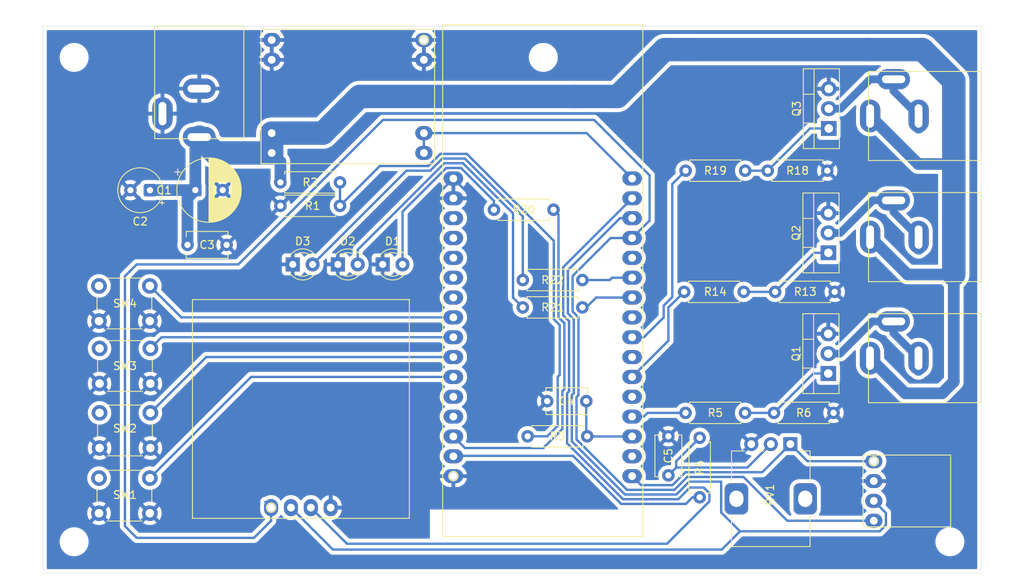
<source format=kicad_pcb>
(kicad_pcb (version 20241229) (generator "pcbnew") (generator_version "9.0")
  (layers (0 "F.Cu" signal) (2 "B.Cu" signal) (13 "F.Paste" user) (15 "B.Paste" user) (5 "F.SilkS" user "F.Silkscreen") (7 "B.SilkS" user "B.Silkscreen") (1 "F.Mask" user) (3 "B.Mask" user) (25 "Edge.Cuts" user))
  (net 0 "")
  (net 1 "/GND")
  (net 2 "/VIN_12V_SENSE")
  (net 3 "Net-(C5-Pad1)")
  (net 4 "Net-(Q1-D)")
  (net 5 "Net-(Q2-D)")
  (net 6 "Net-(Q3-D)")
  (net 7 "Net-(D1-A)")
  (net 8 "Net-(D2-A)")
  (net 9 "Net-(D3-A)")
  (net 10 "Net-(Q1-G)")
  (net 11 "Net-(Q2-G)")
  (net 12 "Net-(Q3-G)")
  (net 13 "Net-(R1-Pad2)")
  (net 14 "/POT_LIGHT")
  (net 15 "/DEW1_OUT")
  (net 16 "/DEW2_OUT")
  (net 17 "/PAN_OUT")
  (net 18 "/LED_STATUS")
  (net 19 "/LED_WLAN")
  (net 20 "/LED_LIGHT")
  (net 21 "/VCC_3V3")
  (net 22 "/BTN_OPEN")
  (net 23 "/BTN_CLOSE")
  (net 24 "/BTN_LIGHT_ON")
  (net 25 "/BTN_LIGHT_OFF")
  (net 26 "/VCC_5V")
  (net 33 "/SCL")
  (net 37 "/SDA")
  (net 38 "/VIN_12V")
  (footprint "Button_Switch_THT:SW_PUSH_6mm_H5mm" (layer "F.Cu") (at 89.18 83.25)
    (property "Reference" "SW4" (at 3.32 2.25 0) (layer "F.SilkS"))
    (property "Value" "SW_LIGHT_OFF")
    (pad "1" thru_hole circle (at 0 0 90) (size 2 2) (drill 1.1) (layers "*.Cu" "*.Mask") (net 25 "/BTN_LIGHT_OFF"))
    (pad "1" thru_hole circle (at 6.5 0 90) (size 2 2) (drill 1.1) (layers "*.Cu" "*.Mask") (net 25 "/BTN_LIGHT_OFF"))
    (pad "2" thru_hole circle (at 0 4.5 90) (size 2 2) (drill 1.1) (layers "*.Cu" "*.Mask") (net 1 "/GND"))
    (pad "2" thru_hole circle (at 6.5 4.5 90) (size 2 2) (drill 1.1) (layers "*.Cu" "*.Mask") (net 1 "/GND"))
  )
  (footprint "My_Modules:GY_BME280_AZ_4P" (layer "F.Cu") (at 188.27 109.5 180)
    (property "Reference" "U3" (hide yes))
    (property "Value" "GY_BME280")
    (pad "1" thru_hole oval (at 0 3.81 180) (size 2.2 1.8) (drill 1) (layers "*.Cu" "*.Mask") (net 21 "/VCC_3V3"))
    (pad "2" thru_hole oval (at 0 1.27 180) (size 2.2 1.8) (drill 1) (layers "*.Cu" "*.Mask") (net 1 "/GND"))
    (pad "3" thru_hole oval (at 0 -1.27 180) (size 2.2 1.8) (drill 1) (layers "*.Cu" "*.Mask") (net 33 "/SCL"))
    (pad "4" thru_hole oval (at 0 -3.81 180) (size 2.2 1.8) (drill 1) (layers "*.Cu" "*.Mask") (net 37 "/SDA"))
  )
  (footprint "Button_Switch_THT:SW_PUSH_6mm_H5mm" (layer "F.Cu") (at 89.25 91.25)
    (property "Reference" "SW3" (at 3.25 2.25 0) (layer "F.SilkS"))
    (property "Value" "SW_LIGHT_ON")
    (pad "1" thru_hole circle (at 0 0 90) (size 2 2) (drill 1.1) (layers "*.Cu" "*.Mask") (net 24 "/BTN_LIGHT_ON"))
    (pad "1" thru_hole circle (at 6.5 0 90) (size 2 2) (drill 1.1) (layers "*.Cu" "*.Mask") (net 24 "/BTN_LIGHT_ON"))
    (pad "2" thru_hole circle (at 0 4.5 90) (size 2 2) (drill 1.1) (layers "*.Cu" "*.Mask") (net 1 "/GND"))
    (pad "2" thru_hole circle (at 6.5 4.5 90) (size 2 2) (drill 1.1) (layers "*.Cu" "*.Mask") (net 1 "/GND"))
  )
  (footprint "My_Modules:OLED_SSD1306_0v96_I2C_4P" (layer "F.Cu") (at 111.19 111.63)
    (property "Reference" "U4" (hide yes))
    (property "Value" "OLED_SSD1306_0_96")
    (pad "1" thru_hole oval (at 0 0) (size 1.8 2.2) (drill 1) (layers "*.Cu" "*.Mask") (net 37 "/SDA"))
    (pad "2" thru_hole oval (at 2.54 0) (size 1.8 2.2) (drill 1) (layers "*.Cu" "*.Mask") (net 33 "/SCL"))
    (pad "3" thru_hole oval (at 5.08 0) (size 1.8 2.2) (drill 1) (layers "*.Cu" "*.Mask") (net 21 "/VCC_3V3"))
    (pad "4" thru_hole oval (at 7.62 0) (size 1.8 2.2) (drill 1) (layers "*.Cu" "*.Mask") (net 1 "/GND"))
  )
  (footprint "MountingHole:MountingHole_3.2mm_M3" (layer "F.Cu") (at 146 54)
    (property "Reference" "REF**" (hide yes))
    (property "Value" "MountingHole_3.2mm_M3")
    (pad "" np_thru_hole circle (at 0 0) (size 3.2 3.2) (drill 3.2) (layers "*.Cu" "*.Mask"))
  )
  (footprint "Package_TO_SOT_THT:TO-220-3_Vertical" (layer "F.Cu") (at 182.4625 79.01 90)
    (property "Reference" "Q2" (at 2.54 -4.1 90) (layer "F.SilkS"))
    (property "Value" "IRLZ44N")
    (pad "1" thru_hole rect (at 0 0 90) (size 1.905 2) (drill 1.1) (layers "*.Cu" "*.Mask") (net 11 "Net-(Q2-G)"))
    (pad "2" thru_hole oval (at 2.54 0 90) (size 1.905 2) (drill 1.1) (layers "*.Cu" "*.Mask") (net 5 "Net-(Q2-D)"))
    (pad "3" thru_hole oval (at 5.08 0 90) (size 1.905 2) (drill 1.1) (layers "*.Cu" "*.Mask") (net 1 "/GND"))
  )
  (footprint "LED_THT:LED_D3.0mm" (layer "F.Cu") (at 113.96 80.5)
    (property "Reference" "D3" (at 1.27 -2.96 0) (layer "F.SilkS"))
    (property "Value" "LED_LIGHT")
    (pad "1" thru_hole rect (at 0 0) (size 1.8 1.8) (drill 0.9) (layers "*.Cu" "*.Mask") (net 1 "/GND"))
    (pad "2" thru_hole circle (at 2.54 0) (size 1.8 1.8) (drill 0.9) (layers "*.Cu" "*.Mask") (net 9 "Net-(D3-A)"))
  )
  (footprint "MountingHole:MountingHole_3.2mm_M3" (layer "F.Cu") (at 86 54)
    (property "Reference" "REF**" (hide yes))
    (property "Value" "MountingHole_3.2mm_M3")
    (pad "" np_thru_hole circle (at 0 0) (size 3.2 3.2) (drill 3.2) (layers "*.Cu" "*.Mask"))
  )
  (footprint "My_Modules:LOLIN_S3_Pro_Module" (layer "F.Cu") (at 134.5 107.6)
    (property "Reference" "U2" (hide yes))
    (property "Value" "LOLIN_S3_Pro")
    (pad "1" thru_hole oval (at 22.86 0) (size 2.5 1.8) (drill 1) (layers "*.Cu" "*.Mask") (net 21 "/VCC_3V3"))
    (pad "2" thru_hole oval (at 22.86 -2.54) (size 2.5 1.8) (drill 1) (layers "*.Cu" "*.Mask"))
    (pad "3" thru_hole oval (at 22.86 -5.08) (size 2.5 1.8) (drill 1) (layers "*.Cu" "*.Mask") (net 2 "/VIN_12V_SENSE"))
    (pad "4" thru_hole oval (at 22.86 -7.62) (size 2.5 1.8) (drill 1) (layers "*.Cu" "*.Mask") (net 15 "/DEW1_OUT"))
    (pad "5" thru_hole oval (at 22.86 -10.16) (size 2.5 1.8) (drill 1) (layers "*.Cu" "*.Mask"))
    (pad "6" thru_hole oval (at 22.86 -12.7) (size 2.5 1.8) (drill 1) (layers "*.Cu" "*.Mask") (net 16 "/DEW2_OUT"))
    (pad "7" thru_hole oval (at 22.86 -15.24) (size 2.5 1.8) (drill 1) (layers "*.Cu" "*.Mask"))
    (pad "8" thru_hole oval (at 22.86 -17.78) (size 2.5 1.8) (drill 1) (layers "*.Cu" "*.Mask") (net 17 "/PAN_OUT"))
    (pad "9" thru_hole oval (at 22.86 -20.32) (size 2.5 1.8) (drill 1) (layers "*.Cu" "*.Mask"))
    (pad "10" thru_hole oval (at 22.86 -22.86) (size 2.5 1.8) (drill 1) (layers "*.Cu" "*.Mask") (net 19 "/LED_WLAN"))
    (pad "11" thru_hole oval (at 22.86 -25.4) (size 2.5 1.8) (drill 1) (layers "*.Cu" "*.Mask") (net 20 "/LED_LIGHT"))
    (pad "12" thru_hole oval (at 22.86 -27.94) (size 2.5 1.8) (drill 1) (layers "*.Cu" "*.Mask"))
    (pad "13" thru_hole oval (at 22.86 -30.48) (size 2.5 1.8) (drill 1) (layers "*.Cu" "*.Mask") (net 37 "/SDA"))
    (pad "14" thru_hole oval (at 22.86 -33.02) (size 2.5 1.8) (drill 1) (layers "*.Cu" "*.Mask") (net 33 "/SCL"))
    (pad "15" thru_hole oval (at 22.86 -35.56) (size 2.5 1.8) (drill 1) (layers "*.Cu" "*.Mask") (net 21 "/VCC_3V3"))
    (pad "16" thru_hole oval (at 22.86 -38.1) (size 2.5 1.8) (drill 1) (layers "*.Cu" "*.Mask") (net 26 "/VCC_5V"))
    (pad "17" thru_hole oval (at 0 0) (size 2.5 1.8) (drill 1) (layers "*.Cu" "*.Mask") (net 1 "/GND"))
    (pad "18" thru_hole oval (at 0 -2.54) (size 2.5 1.8) (drill 1) (layers "*.Cu" "*.Mask") (net 14 "/POT_LIGHT"))
    (pad "19" thru_hole oval (at 0 -5.08) (size 2.5 1.8) (drill 1) (layers "*.Cu" "*.Mask") (net 18 "/LED_STATUS"))
    (pad "20" thru_hole oval (at 0 -7.62) (size 2.5 1.8) (drill 1) (layers "*.Cu" "*.Mask"))
    (pad "21" thru_hole oval (at 0 -10.16) (size 2.5 1.8) (drill 1) (layers "*.Cu" "*.Mask"))
    (pad "22" thru_hole oval (at 0 -12.7) (size 2.5 1.8) (drill 1) (layers "*.Cu" "*.Mask") (net 22 "/BTN_OPEN"))
    (pad "23" thru_hole oval (at 0 -15.24) (size 2.5 1.8) (drill 1) (layers "*.Cu" "*.Mask") (net 23 "/BTN_CLOSE"))
    (pad "24" thru_hole oval (at 0 -17.78) (size 2.5 1.8) (drill 1) (layers "*.Cu" "*.Mask") (net 24 "/BTN_LIGHT_ON"))
    (pad "25" thru_hole oval (at 0 -20.32) (size 2.5 1.8) (drill 1) (layers "*.Cu" "*.Mask") (net 25 "/BTN_LIGHT_OFF"))
    (pad "26" thru_hole oval (at 0 -22.86) (size 2.5 1.8) (drill 1) (layers "*.Cu" "*.Mask"))
    (pad "27" thru_hole oval (at 0 -25.4) (size 2.5 1.8) (drill 1) (layers "*.Cu" "*.Mask"))
    (pad "28" thru_hole oval (at 0 -27.94) (size 2.5 1.8) (drill 1) (layers "*.Cu" "*.Mask"))
    (pad "29" thru_hole oval (at 0 -30.48) (size 2.5 1.8) (drill 1) (layers "*.Cu" "*.Mask"))
    (pad "30" thru_hole oval (at 0 -33.02) (size 2.5 1.8) (drill 1) (layers "*.Cu" "*.Mask"))
    (pad "31" thru_hole oval (at 0 -35.56) (size 2.5 1.8) (drill 1) (layers "*.Cu" "*.Mask") (net 1 "/GND"))
    (pad "32" thru_hole oval (at 0 -38.1) (size 2.5 1.8) (drill 1) (layers "*.Cu" "*.Mask") (net 1 "/GND"))
    (zone (net 0) (net_name "") (layer "B.Cu") (connect_pads (clearance 0)) (min_thickness 0.25)
      (keepout (tracks not_allowed) (vias not_allowed) (pads not_allowed) (copperpour not_allowed) (footprints allowed))
      (fill (thermal_gap 0.5) (thermal_bridge_width 0.5))
      (polygon (pts (xy 131.5 111.87) (xy 160.5 111.87) (xy 160.5 116.1) (xy 131.5 116.1)))
    )
  )
  (footprint "LED_THT:LED_D3.0mm" (layer "F.Cu") (at 125.46 80.5)
    (property "Reference" "D1" (at 1.27 -2.96 0) (layer "F.SilkS"))
    (property "Value" "LED_STATUS")
    (pad "1" thru_hole rect (at 0 0) (size 1.8 1.8) (drill 0.9) (layers "*.Cu" "*.Mask") (net 1 "/GND"))
    (pad "2" thru_hole circle (at 2.54 0) (size 1.8 1.8) (drill 0.9) (layers "*.Cu" "*.Mask") (net 7 "Net-(D1-A)"))
  )
  (footprint "My_Modules:MP1584EN_Module" (layer "F.Cu") (at 132 50.5 180)
    (property "Reference" "U1" (hide yes))
    (property "Value" "MP1584EN_Module")
    (pad "1" thru_hole oval (at 1.27 -1.27 180) (size 2.2 1.8) (drill 1) (layers "*.Cu" "*.Mask") (net 1 "/GND"))
    (pad "2" thru_hole oval (at 1.27 -3.81 180) (size 2.2 1.8) (drill 1) (layers "*.Cu" "*.Mask") (net 1 "/GND"))
    (pad "3" thru_hole oval (at 1.27 -15.73 180) (size 2.2 1.8) (drill 1) (layers "*.Cu" "*.Mask") (net 26 "/VCC_5V"))
    (pad "4" thru_hole oval (at 1.27 -13.19 180) (size 2.2 1.8) (drill 1) (layers "*.Cu" "*.Mask") (net 26 "/VCC_5V"))
    (pad "5" thru_hole oval (at 20.73 -1.27 180) (size 2.2 1.8) (drill 1) (layers "*.Cu" "*.Mask") (net 1 "/GND"))
    (pad "6" thru_hole oval (at 20.73 -3.81 180) (size 2.2 1.8) (drill 1) (layers "*.Cu" "*.Mask") (net 1 "/GND"))
    (pad "7" thru_hole oval (at 20.73 -15.73 180) (size 2.2 1.8) (drill 1) (layers "*.Cu" "*.Mask") (net 38 "/VIN_12V"))
    (pad "8" thru_hole oval (at 20.73 -13.19 180) (size 2.2 1.8) (drill 1) (layers "*.Cu" "*.Mask") (net 38 "/VIN_12V"))
  )
  (footprint "My_Modules:DCJack_5_5x2_1_Right" (layer "F.Cu") (at 102 64.2 90)
    (property "Reference" "J1" (hide yes))
    (property "Value" "DCJack_5_5x2_1 - V-IN")
    (pad "1" thru_hole oval (at 0 0 90) (size 2.6 4.2) (drill oval 1 3) (layers "*.Cu" "*.Mask") (net 38 "/VIN_12V"))
    (pad "2" thru_hole oval (at 6.2 0 90) (size 2.6 4.2) (drill oval 1 3) (layers "*.Cu" "*.Mask") (net 1 "/GND"))
    (pad "3" thru_hole oval (at 3 -4.7 90) (size 4.2 2.6) (drill oval 3 1) (layers "*.Cu" "*.Mask") (net 1 "/GND"))
  )
  (footprint "My_Modules:DCJack_5_5x2_1_Right" (layer "F.Cu") (at 187.8 61.5)
    (property "Reference" "J4" (hide yes))
    (property "Value" "DCJack_5_5x2_1 - PAN")
    (pad "1" thru_hole oval (at 0 0) (size 2.6 4.2) (drill oval 1 3) (layers "*.Cu" "*.Mask") (net 38 "/VIN_12V"))
    (pad "2" thru_hole oval (at 6.2 0) (size 2.6 4.2) (drill oval 1 3) (layers "*.Cu" "*.Mask") (net 6 "Net-(Q3-D)"))
    (pad "3" thru_hole oval (at 3 -4.7) (size 4.2 2.6) (drill oval 3 1) (layers "*.Cu" "*.Mask") (net 6 "Net-(Q3-D)"))
  )
  (footprint "Capacitor_THT:C_Disc_D5.1mm_W3.2mm_P5.00mm" (layer "F.Cu") (at 162 107.5 90)
    (property "Reference" "C5" (at 2.5 0 90) (layer "F.SilkS"))
    (property "Value" "100nF")
    (pad "1" thru_hole circle (at 0 0 90) (size 1.6 1.6) (drill 0.8) (layers "*.Cu" "*.Mask") (net 3 "Net-(C5-Pad1)"))
    (pad "2" thru_hole circle (at 5 0 90) (size 1.6 1.6) (drill 0.8) (layers "*.Cu" "*.Mask") (net 1 "/GND"))
  )
  (footprint "Capacitor_THT:C_Disc_D5.1mm_W3.2mm_P5.00mm" (layer "F.Cu") (at 146.5 98)
    (property "Reference" "C4" (at 2.5 0 0) (layer "F.SilkS"))
    (property "Value" "100nF")
    (pad "1" thru_hole circle (at 0 0) (size 1.6 1.6) (drill 0.8) (layers "*.Cu" "*.Mask") (net 1 "/GND"))
    (pad "2" thru_hole circle (at 5 0 90) (size 1.6 1.6) (drill 0.8) (layers "*.Cu" "*.Mask") (net 2 "/VIN_12V_SENSE"))
  )
  (footprint "Resistor_THT:R_Axial_DIN0207_L6.3mm_D2.5mm_P7.62mm_Horizontal" (layer "F.Cu") (at 166 102.69 -90)
    (property "Reference" "R4" (at 3.81 0 90) (layer "F.SilkS"))
    (property "Value" "100")
    (pad "1" thru_hole circle (at 0 0 270) (size 1.6 1.6) (drill 0.8) (layers "*.Cu" "*.Mask") (net 3 "Net-(C5-Pad1)"))
    (pad "2" thru_hole circle (at 7.62 0 270) (size 1.6 1.6) (drill 0.8) (layers "*.Cu" "*.Mask") (net 14 "/POT_LIGHT"))
  )
  (footprint "Resistor_THT:R_Axial_DIN0207_L6.3mm_D2.5mm_P7.62mm_Horizontal" (layer "F.Cu") (at 183.2725 84.01 180)
    (property "Reference" "R13" (at 3.7725 0.01 0) (layer "F.SilkS"))
    (property "Value" "100k")
    (pad "1" thru_hole circle (at 0 0 180) (size 1.6 1.6) (drill 0.8) (layers "*.Cu" "*.Mask") (net 1 "/GND"))
    (pad "2" thru_hole circle (at 7.62 0 180) (size 1.6 1.6) (drill 0.8) (layers "*.Cu" "*.Mask") (net 11 "Net-(Q2-G)"))
  )
  (footprint "Capacitor_THT:C_Disc_D5.1mm_W3.2mm_P5.00mm" (layer "F.Cu") (at 100.5 78)
    (property "Reference" "C3" (at 2.5 0 0) (layer "F.SilkS"))
    (property "Value" "100nF")
    (pad "1" thru_hole circle (at 0 0) (size 1.6 1.6) (drill 0.8) (layers "*.Cu" "*.Mask") (net 38 "/VIN_12V"))
    (pad "2" thru_hole circle (at 5 0) (size 1.6 1.6) (drill 0.8) (layers "*.Cu" "*.Mask") (net 1 "/GND"))
  )
  (footprint "Button_Switch_THT:SW_PUSH_6mm_H5mm" (layer "F.Cu") (at 89.18 107.85)
    (property "Reference" "SW1" (at 3.32 2.15 0) (layer "F.SilkS"))
    (property "Value" "SW_OPEN")
    (pad "1" thru_hole circle (at 0 0 90) (size 2 2) (drill 1.1) (layers "*.Cu" "*.Mask") (net 22 "/BTN_OPEN"))
    (pad "1" thru_hole circle (at 6.5 0 90) (size 2 2) (drill 1.1) (layers "*.Cu" "*.Mask") (net 22 "/BTN_OPEN"))
    (pad "2" thru_hole circle (at 0 4.5 90) (size 2 2) (drill 1.1) (layers "*.Cu" "*.Mask") (net 1 "/GND"))
    (pad "2" thru_hole circle (at 6.5 4.5 90) (size 2 2) (drill 1.1) (layers "*.Cu" "*.Mask") (net 1 "/GND"))
  )
  (footprint "Potentiometer_THT:Potentiometer_Alps_RK09K_Single_Vertical" (layer "F.Cu") (at 177.6 103.5 -90)
    (property "Reference" "RV1" (at 6.5 2.6 90) (layer "F.SilkS"))
    (property "Value" "10k")
    (pad "1" thru_hole rect (at 0 0 270) (size 1.8 1.8) (drill 1) (layers "*.Cu" "*.Mask") (net 21 "/VCC_3V3"))
    (pad "2" thru_hole circle (at 0 2.5 270) (size 1.8 1.8) (drill 1) (layers "*.Cu" "*.Mask") (net 3 "Net-(C5-Pad1)"))
    (pad "3" thru_hole circle (at 0 5 270) (size 1.8 1.8) (drill 1) (layers "*.Cu" "*.Mask") (net 1 "/GND"))
    (pad "MP" thru_hole roundrect (at 7 -1.9 270) (size 4 3) (drill oval 2.1 1.8) (layers "*.Cu" "*.Mask"))
    (pad "MP" thru_hole roundrect (at 7 6.9 270) (size 4 3) (drill oval 2.1 1.8) (layers "*.Cu" "*.Mask"))
  )
  (footprint "Resistor_THT:R_Axial_DIN0207_L6.3mm_D2.5mm_P7.62mm_Horizontal" (layer "F.Cu") (at 151 82.5 180)
    (property "Reference" "R22" (at 3.81 0 0) (layer "F.SilkS"))
    (property "Value" "220")
    (pad "1" thru_hole circle (at 0 0 180) (size 1.6 1.6) (drill 0.8) (layers "*.Cu" "*.Mask") (net 20 "/LED_LIGHT"))
    (pad "2" thru_hole circle (at 7.62 0 180) (size 1.6 1.6) (drill 0.8) (layers "*.Cu" "*.Mask") (net 9 "Net-(D3-A)"))
  )
  (footprint "Package_TO_SOT_THT:TO-220-3_Vertical" (layer "F.Cu") (at 182.45 94.46 90)
    (property "Reference" "Q1" (at 2.54 -4.1 90) (layer "F.SilkS"))
    (property "Value" "IRLZ44N")
    (pad "1" thru_hole rect (at 0 0 90) (size 1.905 2) (drill 1.1) (layers "*.Cu" "*.Mask") (net 10 "Net-(Q1-G)"))
    (pad "2" thru_hole oval (at 2.54 0 90) (size 1.905 2) (drill 1.1) (layers "*.Cu" "*.Mask") (net 4 "Net-(Q1-D)"))
    (pad "3" thru_hole oval (at 5.08 0 90) (size 1.905 2) (drill 1.1) (layers "*.Cu" "*.Mask") (net 1 "/GND"))
  )
  (footprint "Resistor_THT:R_Axial_DIN0207_L6.3mm_D2.5mm_P7.62mm_Horizontal" (layer "F.Cu") (at 182.3225 68.5 180)
    (property "Reference" "R18" (at 3.81 0 0) (layer "F.SilkS"))
    (property "Value" "100k")
    (pad "1" thru_hole circle (at 0 0 180) (size 1.6 1.6) (drill 0.8) (layers "*.Cu" "*.Mask") (net 1 "/GND"))
    (pad "2" thru_hole circle (at 7.62 0 180) (size 1.6 1.6) (drill 0.8) (layers "*.Cu" "*.Mask") (net 12 "Net-(Q3-G)"))
  )
  (footprint "My_Modules:DCJack_5_5x2_1_Right" (layer "F.Cu") (at 187.7875 92.5)
    (property "Reference" "J2" (hide yes))
    (property "Value" "DCJack_5_5x2_1 - DEW1")
    (pad "1" thru_hole oval (at 0 0) (size 2.6 4.2) (drill oval 1 3) (layers "*.Cu" "*.Mask") (net 38 "/VIN_12V"))
    (pad "2" thru_hole oval (at 6.2 0) (size 2.6 4.2) (drill oval 1 3) (layers "*.Cu" "*.Mask") (net 4 "Net-(Q1-D)"))
    (pad "3" thru_hole oval (at 3 -4.7) (size 4.2 2.6) (drill oval 3 1) (layers "*.Cu" "*.Mask") (net 4 "Net-(Q1-D)"))
  )
  (footprint "Resistor_THT:R_Axial_DIN0207_L6.3mm_D2.5mm_P7.62mm_Horizontal" (layer "F.Cu") (at 120 70 180)
    (property "Reference" "R2" (at 3.81 0 0) (layer "F.SilkS"))
    (property "Value" "100k")
    (pad "1" thru_hole circle (at 0 0 180) (size 1.6 1.6) (drill 0.8) (layers "*.Cu" "*.Mask") (net 13 "Net-(R1-Pad2)"))
    (pad "2" thru_hole circle (at 7.62 0 180) (size 1.6 1.6) (drill 0.8) (layers "*.Cu" "*.Mask") (net 38 "/VIN_12V"))
  )
  (footprint "MountingHole:MountingHole_3.2mm_M3" (layer "F.Cu") (at 86 116)
    (property "Reference" "REF**" (hide yes))
    (property "Value" "MountingHole_3.2mm_M3")
    (pad "" np_thru_hole circle (at 0 0) (size 3.2 3.2) (drill 3.2) (layers "*.Cu" "*.Mask"))
  )
  (footprint "Package_TO_SOT_THT:TO-220-3_Vertical" (layer "F.Cu") (at 182.5125 63.1 90)
    (property "Reference" "Q3" (at 2.54 -4.1 90) (layer "F.SilkS"))
    (property "Value" "IRLZ44N")
    (pad "1" thru_hole rect (at 0 0 90) (size 1.905 2) (drill 1.1) (layers "*.Cu" "*.Mask") (net 12 "Net-(Q3-G)"))
    (pad "2" thru_hole oval (at 2.54 0 90) (size 1.905 2) (drill 1.1) (layers "*.Cu" "*.Mask") (net 6 "Net-(Q3-D)"))
    (pad "3" thru_hole oval (at 5.08 0 90) (size 1.905 2) (drill 1.1) (layers "*.Cu" "*.Mask") (net 1 "/GND"))
  )
  (footprint "MountingHole:MountingHole_3.2mm_M3" (layer "F.Cu") (at 198 116)
    (property "Reference" "REF**" (hide yes))
    (property "Value" "MountingHole_3.2mm_M3")
    (pad "" np_thru_hole circle (at 0 0) (size 3.2 3.2) (drill 3.2) (layers "*.Cu" "*.Mask"))
  )
  (footprint "Resistor_THT:R_Axial_DIN0207_L6.3mm_D2.5mm_P7.62mm_Horizontal" (layer "F.Cu") (at 171.6325 84.01 180)
    (property "Reference" "R14" (at 3.6325 0.01 0) (layer "F.SilkS"))
    (property "Value" "68")
    (pad "1" thru_hole circle (at 0 0 180) (size 1.6 1.6) (drill 0.8) (layers "*.Cu" "*.Mask") (net 11 "Net-(Q2-G)"))
    (pad "2" thru_hole circle (at 7.62 0 180) (size 1.6 1.6) (drill 0.8) (layers "*.Cu" "*.Mask") (net 16 "/DEW2_OUT"))
  )
  (footprint "Resistor_THT:R_Axial_DIN0207_L6.3mm_D2.5mm_P7.62mm_Horizontal" (layer "F.Cu") (at 144 102.5)
    (property "Reference" "R3" (at 3.81 0 0) (layer "F.SilkS"))
    (property "Value" "2.2k")
    (pad "1" thru_hole circle (at 0 0) (size 1.6 1.6) (drill 0.8) (layers "*.Cu" "*.Mask") (net 13 "Net-(R1-Pad2)"))
    (pad "2" thru_hole circle (at 7.62 0) (size 1.6 1.6) (drill 0.8) (layers "*.Cu" "*.Mask") (net 2 "/VIN_12V_SENSE"))
  )
  (footprint "Resistor_THT:R_Axial_DIN0207_L6.3mm_D2.5mm_P7.62mm_Horizontal" (layer "F.Cu") (at 147.31 73.5 180)
    (property "Reference" "R20" (at 3.81 0 0) (layer "F.SilkS"))
    (property "Value" "220")
    (pad "1" thru_hole circle (at 0 0 180) (size 1.6 1.6) (drill 0.8) (layers "*.Cu" "*.Mask") (net 18 "/LED_STATUS"))
    (pad "2" thru_hole circle (at 7.62 0 180) (size 1.6 1.6) (drill 0.8) (layers "*.Cu" "*.Mask") (net 7 "Net-(D1-A)"))
  )
  (footprint "Capacitor_THT:CP_Radial_D8.0mm_P3.50mm" (layer "F.Cu") (at 101.5 70.9875)
    (property "Reference" "C1" (at -4 0.0125 0) (layer "F.SilkS"))
    (property "Value" "680uF")
    (pad "1" thru_hole roundrect (at 0 0) (size 1.6 1.6) (drill 0.8) (layers "*.Cu" "*.Mask") (roundrect_rratio 0.15625) (net 38 "/VIN_12V"))
    (pad "2" thru_hole circle (at 3.5 0) (size 1.6 1.6) (drill 0.8) (layers "*.Cu" "*.Mask") (net 1 "/GND"))
  )
  (footprint "Capacitor_THT:CP_Radial_Tantal_D5.5mm_P2.50mm" (layer "F.Cu") (at 95.696369 71 180)
    (property "Reference" "C2" (at 1.25 -4 0) (layer "F.SilkS"))
    (property "Value" "10uF")
    (pad "1" thru_hole roundrect (at 0 0 180) (size 1.6 1.6) (drill 0.8) (layers "*.Cu" "*.Mask") (roundrect_rratio 0.15625) (net 38 "/VIN_12V"))
    (pad "2" thru_hole circle (at 2.5 0 180) (size 1.6 1.6) (drill 0.8) (layers "*.Cu" "*.Mask") (net 1 "/GND"))
  )
  (footprint "Resistor_THT:R_Axial_DIN0207_L6.3mm_D2.5mm_P7.62mm_Horizontal" (layer "F.Cu") (at 171.81 99.5 180)
    (property "Reference" "R5" (at 3.81 0 0) (layer "F.SilkS"))
    (property "Value" "68")
    (pad "1" thru_hole circle (at 0 0 180) (size 1.6 1.6) (drill 0.8) (layers "*.Cu" "*.Mask") (net 10 "Net-(Q1-G)"))
    (pad "2" thru_hole circle (at 7.62 0 180) (size 1.6 1.6) (drill 0.8) (layers "*.Cu" "*.Mask") (net 15 "/DEW1_OUT"))
  )
  (footprint "LED_THT:LED_D3.0mm" (layer "F.Cu") (at 119.73 80.5)
    (property "Reference" "D2" (at 1.27 -2.96 0) (layer "F.SilkS"))
    (property "Value" "LED_WLAN")
    (pad "1" thru_hole rect (at 0 0) (size 1.8 1.8) (drill 0.9) (layers "*.Cu" "*.Mask") (net 1 "/GND"))
    (pad "2" thru_hole circle (at 2.54 0) (size 1.8 1.8) (drill 0.9) (layers "*.Cu" "*.Mask") (net 8 "Net-(D2-A)"))
  )
  (footprint "Resistor_THT:R_Axial_DIN0207_L6.3mm_D2.5mm_P7.62mm_Horizontal" (layer "F.Cu") (at 112.38 73)
    (property "Reference" "R1" (at 4.12 0 0) (layer "F.SilkS"))
    (property "Value" "22k")
    (pad "1" thru_hole circle (at 0 0) (size 1.6 1.6) (drill 0.8) (layers "*.Cu" "*.Mask") (net 1 "/GND"))
    (pad "2" thru_hole circle (at 7.62 0) (size 1.6 1.6) (drill 0.8) (layers "*.Cu" "*.Mask") (net 13 "Net-(R1-Pad2)"))
  )
  (footprint "Resistor_THT:R_Axial_DIN0207_L6.3mm_D2.5mm_P7.62mm_Horizontal" (layer "F.Cu") (at 183.12 99.5 180)
    (property "Reference" "R6" (at 3.81 0 0) (layer "F.SilkS"))
    (property "Value" "100k")
    (pad "1" thru_hole circle (at 0 0 180) (size 1.6 1.6) (drill 0.8) (layers "*.Cu" "*.Mask") (net 1 "/GND"))
    (pad "2" thru_hole circle (at 7.62 0 180) (size 1.6 1.6) (drill 0.8) (layers "*.Cu" "*.Mask") (net 10 "Net-(Q1-G)"))
  )
  (footprint "Resistor_THT:R_Axial_DIN0207_L6.3mm_D2.5mm_P7.62mm_Horizontal" (layer "F.Cu") (at 151 86 180)
    (property "Reference" "R21" (at 3.81 0 0) (layer "F.SilkS"))
    (property "Value" "220")
    (pad "1" thru_hole circle (at 0 0 180) (size 1.6 1.6) (drill 0.8) (layers "*.Cu" "*.Mask") (net 19 "/LED_WLAN"))
    (pad "2" thru_hole circle (at 7.62 0 180) (size 1.6 1.6) (drill 0.8) (layers "*.Cu" "*.Mask") (net 8 "Net-(D2-A)"))
  )
  (footprint "My_Modules:DCJack_5_5x2_1_Right" (layer "F.Cu") (at 187.8 77)
    (property "Reference" "J3" (hide yes))
    (property "Value" "DCJack_5_5x2_1 - DEW2")
    (pad "1" thru_hole oval (at 0 0) (size 2.6 4.2) (drill oval 1 3) (layers "*.Cu" "*.Mask") (net 38 "/VIN_12V"))
    (pad "2" thru_hole oval (at 6.2 0) (size 2.6 4.2) (drill oval 1 3) (layers "*.Cu" "*.Mask") (net 5 "Net-(Q2-D)"))
    (pad "3" thru_hole oval (at 3 -4.7) (size 4.2 2.6) (drill oval 3 1) (layers "*.Cu" "*.Mask") (net 5 "Net-(Q2-D)"))
  )
  (footprint "Button_Switch_THT:SW_PUSH_6mm_H5mm" (layer "F.Cu") (at 89.25 99.5)
    (property "Reference" "SW2" (at 3.25 2 0) (layer "F.SilkS"))
    (property "Value" "SW_CLOSE")
    (pad "1" thru_hole circle (at 0 0 90) (size 2 2) (drill 1.1) (layers "*.Cu" "*.Mask") (net 23 "/BTN_CLOSE"))
    (pad "1" thru_hole circle (at 6.5 0 90) (size 2 2) (drill 1.1) (layers "*.Cu" "*.Mask") (net 23 "/BTN_CLOSE"))
    (pad "2" thru_hole circle (at 0 4.5 90) (size 2 2) (drill 1.1) (layers "*.Cu" "*.Mask") (net 1 "/GND"))
    (pad "2" thru_hole circle (at 6.5 4.5 90) (size 2 2) (drill 1.1) (layers "*.Cu" "*.Mask") (net 1 "/GND"))
  )
  (footprint "Resistor_THT:R_Axial_DIN0207_L6.3mm_D2.5mm_P7.62mm_Horizontal" (layer "F.Cu") (at 171.8225 68.5 180)
    (property "Reference" "R19" (at 3.81 0 0) (layer "F.SilkS"))
    (property "Value" "68")
    (pad "1" thru_hole circle (at 0 0 180) (size 1.6 1.6) (drill 0.8) (layers "*.Cu" "*.Mask") (net 12 "Net-(Q3-G)"))
    (pad "2" thru_hole circle (at 7.62 0 180) (size 1.6 1.6) (drill 0.8) (layers "*.Cu" "*.Mask") (net 17 "/PAN_OUT"))
  )
  (gr_line (start 202 50) (end 202 120) (stroke (width 0.05)) (layer "Edge.Cuts"))
  (gr_line (start 202 120) (end 82 120) (stroke (width 0.05)) (layer "Edge.Cuts"))
  (gr_line (start 82 120) (end 82 50) (stroke (width 0.05)) (layer "Edge.Cuts"))
  (gr_line (start 82 50) (end 202 50) (stroke (width 0.05)) (layer "Edge.Cuts"))
  (segment (start 112.3175 73.0625) (end 112.38 73) (width 0.3) (layer "F.Cu") (net 1))
  (segment (start 134.5 69.5) (end 133 71) (width 0.3) (layer "B.Cu") (net 1))
  (segment (start 134.5 69.5) (end 136 71) (width 0.3) (layer "B.Cu") (net 1))
  (segment (start 152.5 102.5) (end 152.52 102.52) (width 0.3) (layer "B.Cu") (net 2))
  (segment (start 152.52 102.52) (end 157.36 102.52) (width 0.3) (layer "B.Cu") (net 2))
  (segment (start 151.5 102.38) (end 151.62 102.5) (width 0.3) (layer "B.Cu") (net 2))
  (segment (start 151.5 98) (end 151.5 102.38) (width 0.3) (layer "B.Cu") (net 2))
  (segment (start 151.62 102.5) (end 152.5 102.5) (width 0.3) (layer "B.Cu") (net 2))
  (segment (start 163 105.69) (end 163 106.5) (width 0.3) (layer "B.Cu") (net 3))
  (segment (start 166 102.69) (end 163 105.69) (width 0.3) (layer "B.Cu") (net 3))
  (segment (start 163 106.5) (end 162 107.5) (width 0.3) (layer "B.Cu") (net 3))
  (segment (start 172.1 106.5) (end 163 106.5) (width 0.3) (layer "B.Cu") (net 3))
  (segment (start 175.1 103.5) (end 172.1 106.5) (width 0.3) (layer "B.Cu") (net 3))
  (segment (start 188.0845 87.8) (end 190.7875 87.8) (width 1) (layer "B.Cu") (net 4))
  (segment (start 183.9645 91.92) (end 188.0845 87.8) (width 1) (layer "B.Cu") (net 4))
  (segment (start 183.9645 91.92) (end 182.45 91.92) (width 1) (layer "B.Cu") (net 4))
  (segment (start 190.7875 87.8) (end 190.7875 89.3) (width 1) (layer "B.Cu") (net 4))
  (segment (start 190.7875 89.3) (end 193.9875 92.5) (width 1) (layer "B.Cu") (net 4))
  (segment (start 193.9875 92.5) (end 193.9875 94) (width 1.5) (layer "B.Cu") (net 4))
  (segment (start 182.4625 76.47) (end 183.977 76.47) (width 1) (layer "B.Cu") (net 5))
  (segment (start 190.8 73.8) (end 194 77) (width 1) (layer "B.Cu") (net 5))
  (segment (start 188.147 72.3) (end 190.8 72.3) (width 1) (layer "B.Cu") (net 5))
  (segment (start 183.977 76.47) (end 188.147 72.3) (width 1) (layer "B.Cu") (net 5))
  (segment (start 190.8 72.3) (end 190.8 73.8) (width 1) (layer "B.Cu") (net 5))
  (segment (start 194 77) (end 194 78.5) (width 1.5) (layer "B.Cu") (net 5))
  (segment (start 184.027 60.56) (end 182.5125 60.56) (width 1) (layer "B.Cu") (net 6))
  (segment (start 190.8 58.3) (end 194 61.5) (width 1) (layer "B.Cu") (net 6))
  (segment (start 190.8 56.8) (end 190.8 58.3) (width 1) (layer "B.Cu") (net 6))
  (segment (start 194 61.5) (end 194 63) (width 1.5) (layer "B.Cu") (net 6))
  (segment (start 187.787 56.8) (end 190.8 56.8) (width 1) (layer "B.Cu") (net 6))
  (segment (start 184.027 60.56) (end 187.787 56.8) (width 1) (layer "B.Cu") (net 6))
  (segment (start 128 80.5) (end 128 73.739397) (width 0.3) (layer "B.Cu") (net 7))
  (segment (start 133.590397 68.149) (end 135.47037 68.149) (width 0.3) (layer "B.Cu") (net 7))
  (segment (start 139.69 72.36863) (end 139.69 73.5) (width 0.3) (layer "B.Cu") (net 7))
  (segment (start 135.47037 68.149) (end 139.69 72.36863) (width 0.3) (layer "B.Cu") (net 7))
  (segment (start 128 73.739397) (end 133.590397 68.149) (width 0.3) (layer "B.Cu") (net 7))
  (segment (start 142.129 73.957688) (end 142.129 84.749) (width 0.3) (layer "B.Cu") (net 8))
  (segment (start 122.27 80.5) (end 122.27 78.619455) (width 0.3) (layer "B.Cu") (net 8))
  (segment (start 135.719312 67.548) (end 142.129 73.957688) (width 0.3) (layer "B.Cu") (net 8))
  (segment (start 133.341455 67.548) (end 135.719312 67.548) (width 0.3) (layer "B.Cu") (net 8))
  (segment (start 122.27 78.619455) (end 133.341455 67.548) (width 0.3) (layer "B.Cu") (net 8))
  (segment (start 142.129 84.749) (end 143.38 86) (width 0.3) (layer "B.Cu") (net 8))
  (segment (start 135.968254 66.947) (end 143.38 74.358746) (width 0.3) (layer "B.Cu") (net 9))
  (segment (start 128.5 68.5) (end 131.539513 68.5) (width 0.3) (layer "B.Cu") (net 9))
  (segment (start 143.38 74.358746) (end 143.38 82.5) (width 0.3) (layer "B.Cu") (net 9))
  (segment (start 131.539513 68.5) (end 133.092513 66.947) (width 0.3) (layer "B.Cu") (net 9))
  (segment (start 116.5 80.5) (end 128.5 68.5) (width 0.3) (layer "B.Cu") (net 9))
  (segment (start 133.092513 66.947) (end 135.968254 66.947) (width 0.3) (layer "B.Cu") (net 9))
  (segment (start 180.54 94.46) (end 175.5 99.5) (width 0.3) (layer "B.Cu") (net 10))
  (segment (start 182.45 94.46) (end 180.54 94.46) (width 0.3) (layer "B.Cu") (net 10))
  (segment (start 175.5 99.5) (end 171.81 99.5) (width 0.3) (layer "B.Cu") (net 10))
  (segment (start 180.6525 79.01) (end 175.6525 84.01) (width 0.3) (layer "B.Cu") (net 11))
  (segment (start 182.4625 79.01) (end 180.6525 79.01) (width 0.3) (layer "B.Cu") (net 11))
  (segment (start 175.6525 84.01) (end 171.6325 84.01) (width 0.3) (layer "B.Cu") (net 11))
  (segment (start 182.5125 63.1) (end 180.1025 63.1) (width 0.3) (layer "B.Cu") (net 12))
  (segment (start 174.7025 68.5) (end 171.8225 68.5) (width 0.3) (layer "B.Cu") (net 12))
  (segment (start 180.1025 63.1) (end 174.7025 68.5) (width 0.3) (layer "B.Cu") (net 12))
  (segment (start 136.217196 66.346) (end 147.345 77.473804) (width 0.3) (layer "B.Cu") (net 13))
  (segment (start 146.5 102.5) (end 144 102.5) (width 0.3) (layer "B.Cu") (net 13))
  (segment (start 147.345 87.51395) (end 148.096 88.26495) (width 0.3) (layer "B.Cu") (net 13))
  (segment (start 131.290571 67.899) (end 132.843571 66.346) (width 0.3) (layer "B.Cu") (net 13))
  (segment (start 147.845 94.885818) (end 147.845 101.155) (width 0.3) (layer "B.Cu") (net 13))
  (segment (start 120 73) (end 125.101 67.899) (width 0.3) (layer "B.Cu") (net 13))
  (segment (start 125.101 67.899) (end 131.290571 67.899) (width 0.3) (layer "B.Cu") (net 13))
  (segment (start 132.843571 66.346) (end 136.217196 66.346) (width 0.3) (layer "B.Cu") (net 13))
  (segment (start 148.096 94.634818) (end 147.845 94.885818) (width 0.3) (layer "B.Cu") (net 13))
  (segment (start 120 70) (end 120 73) (width 0.3) (layer "B.Cu") (net 13))
  (segment (start 147.345 77.473804) (end 147.345 87.51395) (width 0.3) (layer "B.Cu") (net 13))
  (segment (start 148.096 88.26495) (end 148.096 94.634818) (width 0.3) (layer "B.Cu") (net 13))
  (segment (start 147.845 101.155) (end 146.5 102.5) (width 0.3) (layer "B.Cu") (net 13))
  (segment (start 134.56 105) (end 134.5 105.06) (width 0.3) (layer "B.Cu") (net 14))
  (segment (start 164.23576 111.155) (end 155.955992 111.155) (width 0.3) (layer "B.Cu") (net 14))
  (segment (start 155.955992 111.155) (end 149.800992 105) (width 0.3) (layer "B.Cu") (net 14))
  (segment (start 166 110.31) (end 165.08076 110.31) (width 0.3) (layer "B.Cu") (net 14))
  (segment (start 149.800992 105) (end 134.56 105) (width 0.3) (layer "B.Cu") (net 14))
  (segment (start 165.08076 110.31) (end 164.23576 111.155) (width 0.3) (layer "B.Cu") (net 14))
  (segment (start 159.34 99.5) (end 158.86 99.98) (width 0.3) (layer "B.Cu") (net 15))
  (segment (start 164.19 99.5) (end 159.34 99.5) (width 0.3) (layer "B.Cu") (net 15))
  (segment (start 158.86 99.98) (end 157.36 99.98) (width 0.3) (layer "B.Cu") (net 15))
  (segment (start 162 90.26) (end 157.36 94.9) (width 0.3) (layer "B.Cu") (net 16))
  (segment (start 164.0125 84.01) (end 162 86.0225) (width 0.3) (layer "B.Cu") (net 16))
  (segment (start 162 86.0225) (end 162 90.26) (width 0.3) (layer "B.Cu") (net 16))
  (segment (start 158.86 89.82) (end 157.36 89.82) (width 0.3) (layer "B.Cu") (net 17))
  (segment (start 162.5 84.672558) (end 161.399 85.773558) (width 0.3) (layer "B.Cu") (net 17))
  (segment (start 161.399 85.773558) (end 161.399 87.281) (width 0.3) (layer "B.Cu") (net 17))
  (segment (start 164.2025 68.5) (end 162.5 70.2025) (width 0.3) (layer "B.Cu") (net 17))
  (segment (start 162.5 70.2025) (end 162.5 84.672558) (width 0.3) (layer "B.Cu") (net 17))
  (segment (start 161.399 87.281) (end 158.86 89.82) (width 0.3) (layer "B.Cu") (net 17))
  (segment (start 148.697 88.016008) (end 148.697 96.483992) (width 0.3) (layer "B.Cu") (net 18))
  (segment (start 147.946 87.265008) (end 148.697 88.016008) (width 0.3) (layer "B.Cu") (net 18))
  (segment (start 147.31 73.5) (end 147.946 74.136) (width 0.3) (layer "B.Cu") (net 18))
  (segment (start 148.446 96.734992) (end 148.446 101.554) (width 0.3) (layer "B.Cu") (net 18))
  (segment (start 135.98 104) (end 134.5 102.52) (width 0.3) (layer "B.Cu") (net 18))
  (segment (start 148.697 96.483992) (end 148.446 96.734992) (width 0.3) (layer "B.Cu") (net 18))
  (segment (start 147.946 74.136) (end 147.946 87.265008) (width 0.3) (layer "B.Cu") (net 18))
  (segment (start 146 104) (end 135.98 104) (width 0.3) (layer "B.Cu") (net 18))
  (segment (start 148.446 101.554) (end 146 104) (width 0.3) (layer "B.Cu") (net 18))
  (segment (start 151 86) (end 151.5 86) (width 0.3) (layer "B.Cu") (net 19))
  (segment (start 152.76 84.74) (end 157.36 84.74) (width 0.3) (layer "B.Cu") (net 19))
  (segment (start 151.5 86) (end 152.76 84.74) (width 0.3) (layer "B.Cu") (net 19))
  (segment (start 151 82.5) (end 154.5 82.5) (width 0.3) (layer "B.Cu") (net 20))
  (segment (start 154.5 82.5) (end 154.8 82.2) (width 0.3) (layer "B.Cu") (net 20))
  (segment (start 154.8 82.2) (end 157.36 82.2) (width 0.3) (layer "B.Cu") (net 20))
  (segment (start 157.36 72.04) (end 148.547 80.853) (width 0.3) (layer "B.Cu") (net 21))
  (segment (start 148.547 87.016066) (end 149.298 87.767066) (width 0.3) (layer "B.Cu") (net 21))
  (segment (start 162.518182 108.751) (end 158.511 108.751) (width 0.3) (layer "B.Cu") (net 21))
  (segment (start 179.79 105.69) (end 177.6 103.5) (width 0.3) (layer "B.Cu") (net 21))
  (segment (start 164.762182 109.059) (end 166.518182 109.059) (width 0.3) (layer "B.Cu") (net 21))
  (segment (start 188.27 105.69) (end 179.79 105.69) (width 0.3) (layer "B.Cu") (net 21))
  (segment (start 149.047 96.983934) (end 149.047 103.396066) (width 0.3) (layer "B.Cu") (net 21))
  (segment (start 156.204934 110.554) (end 163.267182 110.554) (width 0.3) (layer "B.Cu") (net 21))
  (segment (start 167.251 110.828182) (end 161.828182 116.251) (width 0.3) (layer "B.Cu") (net 21))
  (segment (start 173.999 107.101) (end 164.168182 107.101) (width 0.3) (layer "B.Cu") (net 21))
  (segment (start 161.828182 116.251) (end 120.891 116.251) (width 0.3) (layer "B.Cu") (net 21))
  (segment (start 149.047 103.396066) (end 156.204934 110.554) (width 0.3) (layer "B.Cu") (net 21))
  (segment (start 158.511 108.751) (end 157.36 107.6) (width 0.3) (layer "B.Cu") (net 21))
  (segment (start 148.547 80.853) (end 148.547 87.016066) (width 0.3) (layer "B.Cu") (net 21))
  (segment (start 149.298 87.767066) (end 149.298 96.732934) (width 0.3) (layer "B.Cu") (net 21))
  (segment (start 120.891 116.251) (end 116.27 111.63) (width 0.3) (layer "B.Cu") (net 21))
  (segment (start 177.6 103.5) (end 173.999 107.101) (width 0.3) (layer "B.Cu") (net 21))
  (segment (start 163.267182 110.554) (end 164.762182 109.059) (width 0.3) (layer "B.Cu") (net 21))
  (segment (start 149.298 96.732934) (end 149.047 96.983934) (width 0.3) (layer "B.Cu") (net 21))
  (segment (start 164.168182 107.101) (end 162.518182 108.751) (width 0.3) (layer "B.Cu") (net 21))
  (segment (start 166.518182 109.059) (end 167.251 109.791818) (width 0.3) (layer "B.Cu") (net 21))
  (segment (start 167.251 109.791818) (end 167.251 110.828182) (width 0.3) (layer "B.Cu") (net 21))
  (segment (start 108.63 94.9) (end 134.5 94.9) (width 0.3) (layer "B.Cu") (net 22))
  (segment (start 95.68 107.85) (end 108.63 94.9) (width 0.3) (layer "B.Cu") (net 22))
  (segment (start 102.89 92.36) (end 134.5 92.36) (width 0.3) (layer "B.Cu") (net 23))
  (segment (start 95.75 99.5) (end 102.89 92.36) (width 0.3) (layer "B.Cu") (net 23))
  (segment (start 95.75 91.25) (end 97.18 89.82) (width 0.3) (layer "B.Cu") (net 24))
  (segment (start 97.18 89.82) (end 134.5 89.82) (width 0.3) (layer "B.Cu") (net 24))
  (segment (start 95.68 83.25) (end 99.71 87.28) (width 0.3) (layer "B.Cu") (net 25))
  (segment (start 99.71 87.28) (end 134.5 87.28) (width 0.3) (layer "B.Cu") (net 25))
  (segment (start 130.73 63.69) (end 151.55 63.69) (width 0.3) (layer "B.Cu") (net 26))
  (segment (start 130.73 66.23) (end 130.73 63.69) (width 0.3) (layer "B.Cu") (net 26))
  (segment (start 151.55 63.69) (end 157.36 69.5) (width 0.3) (layer "B.Cu") (net 26))
  (segment (start 164.66824 108.303) (end 163.01824 109.953) (width 0.3) (layer "B.Cu") (net 33))
  (segment (start 149.899 87.518124) (end 149.148 86.767124) (width 0.3) (layer "B.Cu") (net 33))
  (segment (start 168.823528 117) (end 171.162528 114.661) (width 0.3) (layer "B.Cu") (net 33))
  (segment (start 149.648 97.232876) (end 149.899 96.981876) (width 0.3) (layer "B.Cu") (net 33))
  (segment (start 188.27 110.77) (end 189.821 112.321) (width 0.3) (layer "B.Cu") (net 33))
  (segment (start 155.81 74.58) (end 157.36 74.58) (width 0.3) (layer "B.Cu") (net 33))
  (segment (start 171.162528 114.661) (end 168.749 112.247472) (width 0.3) (layer "B.Cu") (net 33))
  (segment (start 119.1 117) (end 168.823528 117) (width 0.3) (layer "B.Cu") (net 33))
  (segment (start 168.749 108.303) (end 164.66824 108.303) (width 0.3) (layer "B.Cu") (net 33))
  (segment (start 168.749 112.247472) (end 168.749 108.303) (width 0.3) (layer "B.Cu") (net 33))
  (segment (start 149.148 86.767124) (end 149.148 81.242) (width 0.3) (layer "B.Cu") (net 33))
  (segment (start 189.029603 114.661) (end 171.162528 114.661) (width 0.3) (layer "B.Cu") (net 33))
  (segment (start 113.73 111.63) (end 119.1 117) (width 0.3) (layer "B.Cu") (net 33))
  (segment (start 163.01824 109.953) (end 156.453876 109.953) (width 0.3) (layer "B.Cu") (net 33))
  (segment (start 189.821 113.869603) (end 189.029603 114.661) (width 0.3) (layer "B.Cu") (net 33))
  (segment (start 189.821 112.321) (end 189.821 113.869603) (width 0.3) (layer "B.Cu") (net 33))
  (segment (start 149.148 81.242) (end 155.81 74.58) (width 0.3) (layer "B.Cu") (net 33))
  (segment (start 156.453876 109.953) (end 149.648 103.147124) (width 0.3) (layer "B.Cu") (net 33))
  (segment (start 149.648 103.147124) (end 149.648 97.232876) (width 0.3) (layer "B.Cu") (net 33))
  (segment (start 149.899 96.981876) (end 149.899 87.518124) (width 0.3) (layer "B.Cu") (net 33))
  (segment (start 149.749 81.981818) (end 149.749 86.518182) (width 0.3) (layer "B.Cu") (net 37))
  (segment (start 111.19 113.31) (end 111.19 111.63) (width 0.3) (layer "B.Cu") (net 37))
  (segment (start 94 80.5) (end 92.5 82) (width 0.3) (layer "B.Cu") (net 37))
  (segment (start 150.5 97.230818) (end 150.249 97.481818) (width 0.3) (layer "B.Cu") (net 37))
  (segment (start 156.702818 109.352) (end 162.767124 109.352) (width 0.3) (layer "B.Cu") (net 37))
  (segment (start 157.36 77.12) (end 159.596 74.884) (width 0.3) (layer "B.Cu") (net 37))
  (segment (start 150.249 97.481818) (end 150.249 102.898182) (width 0.3) (layer "B.Cu") (net 37))
  (segment (start 171.600472 107.702) (end 177.208472 113.31) (width 0.3) (layer "B.Cu") (net 37))
  (segment (start 149.749 86.518182) (end 150.5 87.269182) (width 0.3) (layer "B.Cu") (net 37))
  (segment (start 92.5 82) (end 92.5 114) (width 0.3) (layer "B.Cu") (net 37))
  (segment (start 159.596 69.096) (end 152.5 62) (width 0.3) (layer "B.Cu") (net 37))
  (segment (start 107 80.5) (end 94 80.5) (width 0.3) (layer "B.Cu") (net 37))
  (segment (start 157.36 77.12) (end 154.610818 77.12) (width 0.3) (layer "B.Cu") (net 37))
  (segment (start 177.208472 113.31) (end 188.27 113.31) (width 0.3) (layer "B.Cu") (net 37))
  (segment (start 125.5 62) (end 107 80.5) (width 0.3) (layer "B.Cu") (net 37))
  (segment (start 152.5 62) (end 125.5 62) (width 0.3) (layer "B.Cu") (net 37))
  (segment (start 109 115.5) (end 111.19 113.31) (width 0.3) (layer "B.Cu") (net 37))
  (segment (start 162.767124 109.352) (end 164.417124 107.702) (width 0.3) (layer "B.Cu") (net 37))
  (segment (start 164.417124 107.702) (end 171.600472 107.702) (width 0.3) (layer "B.Cu") (net 37))
  (segment (start 94 115.5) (end 109 115.5) (width 0.3) (layer "B.Cu") (net 37))
  (segment (start 150.249 102.898182) (end 156.702818 109.352) (width 0.3) (layer "B.Cu") (net 37))
  (segment (start 110.459 110.899) (end 111.19 111.63) (width 0.3) (layer "B.Cu") (net 37))
  (segment (start 150.5 87.269182) (end 150.5 97.230818) (width 0.3) (layer "B.Cu") (net 37))
  (segment (start 159.596 74.884) (end 159.596 69.096) (width 0.3) (layer "B.Cu") (net 37))
  (segment (start 154.610818 77.12) (end 149.749 81.981818) (width 0.3) (layer "B.Cu") (net 37))
  (segment (start 92.5 114) (end 94 115.5) (width 0.3) (layer "B.Cu") (net 37))
  (segment (start 112.3175 69.9375) (end 112.38 70) (width 1.5) (layer "F.Cu") (net 38))
  (segment (start 102 64.2) (end 102.151 64.351) (width 1.5) (layer "F.Cu") (net 38))
  (segment (start 101.5 64.7) (end 102 64.2) (width 1.5) (layer "F.Cu") (net 38))
  (segment (start 194.5 53) (end 198.5 57) (width 3) (layer "B.Cu") (net 38))
  (segment (start 198.5 81.7875) (end 198.5 95.5) (width 1.5) (layer "B.Cu") (net 38))
  (segment (start 192.5875 81.7875) (end 187.8 77) (width 1.5) (layer "B.Cu") (net 38))
  (segment (start 150 59) (end 155.5 59) (width 3) (layer "B.Cu") (net 38))
  (segment (start 100.5 71.9875) (end 101.5 70.9875) (width 1.5) (layer "B.Cu") (net 38))
  (segment (start 197.15 67.65) (end 193.95 67.65) (width 1.5) (layer "B.Cu") (net 38))
  (segment (start 111.27 63.69) (end 111.27 66.23) (width 3) (layer "B.Cu") (net 38))
  (segment (start 187.7875 53.2875) (end 187.5 53) (width 1.5) (layer "B.Cu") (net 38))
  (segment (start 101.5 70.9875) (end 101.5 64.7) (width 1.5) (layer "B.Cu") (net 38))
  (segment (start 192.2875 97) (end 187.7875 92.5) (width 1.5) (layer "B.Cu") (net 38))
  (segment (start 100.5 78) (end 100.5 71.9875) (width 1.5) (layer "B.Cu") (net 38))
  (segment (start 193.95 67.65) (end 187.8 61.5) (width 1.5) (layer "B.Cu") (net 38))
  (segment (start 95.708869 70.9875) (end 95.696369 71) (width 1.5) (layer "B.Cu") (net 38))
  (segment (start 198.5 81.7875) (end 192.5875 81.7875) (width 1.5) (layer "B.Cu") (net 38))
  (segment (start 101.5 64.7) (end 102 64.2) (width 1.5) (layer "B.Cu") (net 38))
  (segment (start 104.03 66.23) (end 111.27 66.23) (width 3) (layer "B.Cu") (net 38))
  (segment (start 111.27 63.69) (end 117.81 63.69) (width 3) (layer "B.Cu") (net 38))
  (segment (start 198.5 95.5) (end 197 97) (width 1.5) (layer "B.Cu") (net 38))
  (segment (start 101.5 70.9875) (end 95.708869 70.9875) (width 1.5) (layer "B.Cu") (net 38))
  (segment (start 155.5 59) (end 161.5 53) (width 3) (layer "B.Cu") (net 38))
  (segment (start 161.5 53) (end 164.5 53) (width 3) (layer "B.Cu") (net 38))
  (segment (start 111.31 63.69) (end 111.27 63.69) (width 1.5) (layer "B.Cu") (net 38))
  (segment (start 198.5 57) (end 198.5 81.7875) (width 3) (layer "B.Cu") (net 38))
  (segment (start 117.81 63.69) (end 122.5 59) (width 3) (layer "B.Cu") (net 38))
  (segment (start 187.5 53) (end 194.5 53) (width 3) (layer "B.Cu") (net 38))
  (segment (start 122.5 59) (end 150 59) (width 3) (layer "B.Cu") (net 38))
  (segment (start 112.38 70) (end 112.38 67.34) (width 1.5) (layer "B.Cu") (net 38))
  (segment (start 197 97) (end 192.2875 97) (width 1.5) (layer "B.Cu") (net 38))
  (segment (start 112.38 67.34) (end 111.27 66.23) (width 1.5) (layer "B.Cu") (net 38))
  (segment (start 102 64.2) (end 104.03 66.23) (width 3) (layer "B.Cu") (net 38))
  (segment (start 164.2025 53.2975) (end 164.5 53) (width 1.5) (layer "B.Cu") (net 38))
  (segment (start 164.5 53) (end 187.5 53) (width 3) (layer "B.Cu") (net 38))
  (zone (net 1) (net_name "/GND") (layer "B.Cu") (connect_pads (clearance 0.5)) (min_thickness 0.25) (fill yes (thermal_gap 0.5) (thermal_bridge_width 0.5))
    (polygon (pts (xy 82 50) (xy 82 120) (xy 202 120) (xy 202 50)))
  )
)
</source>
